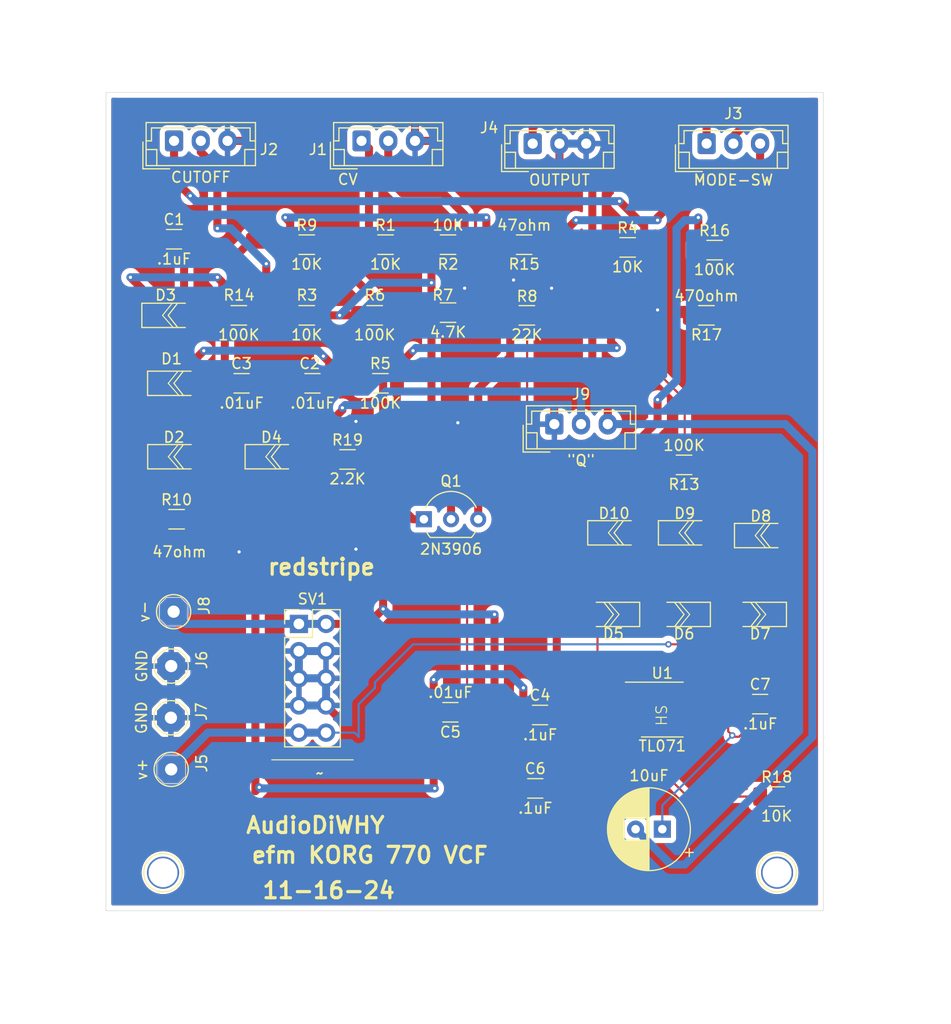
<source format=kicad_pcb>
(kicad_pcb (version 20240108) (generator "pcbnew") (generator_version "8.0")
  (layers (0 "F.Cu" signal) (31 "B.Cu" signal) (34 "B.Paste" user) (35 "F.Paste" user) (36 "B.SilkS" user "B.Silkscreen") (37 "F.SilkS" user "F.Silkscreen") (38 "B.Mask" user) (39 "F.Mask" user) (44 "Edge.Cuts" user))
  (net 0 "")
  (net 1 "Net-(D1-K)")
  (net 2 "LP")
  (net 3 "Net-(J9-Pin_2)")
  (net 4 "Net-(D1-A)")
  (net 5 "Net-(D3-K)")
  (net 6 "Net-(U1-+)")
  (net 7 "Net-(D2-K)")
  (net 8 "HP")
  (net 9 "-12V")
  (net 10 "GNDREF")
  (net 11 "+12V")
  (net 12 "OUT")
  (net 13 "Net-(D7-K)")
  (net 14 "Net-(D5-K)")
  (net 15 "Net-(D10-K)")
  (net 16 "Net-(D6-K)")
  (net 17 "Net-(D8-K)")
  (net 18 "Net-(D10-A)")
  (net 19 "CVIN1")
  (net 20 "CVIN2")
  (net 21 "cutoff-Wiper")
  (net 22 "BP")
  (net 25 "Net-(Q1-E)")
  (net 26 "Net-(Q1-B)")
  (net 27 "Net-(Q1-C)")
  (footprint "charhead-lib:IC SOIC-8 WIDE HS CL" (layer "F.Cu") (at 176.2135 94.234)
    (property "Reference" "U1")
    (property "Value" "TL071")
  )
  (footprint "charhead-lib:DIODE_1206_SMD CL" (layer "F.Cu") (at 171.6415 85.344 180)
    (property "Reference" "D5")
    (property "Value" "4148")
  )
  (footprint "charhead-lib:R_1206_3216Metric_Pad1.30x1.75mm_SMD CL" (layer "F.Cu") (at 156.184 50.8 180)
    (property "Reference" "R2")
    (property "Value" "10K")
  )
  (footprint "Connector_JST:JST_EH_B3B-EH-A_1x03_P2.50mm_Vertical" (layer "F.Cu") (at 180.354 41.356)
    (property "Reference" "J3")
    (property "Value" "MODE-SW")
  )
  (footprint "charhead-lib:Wirepad-Chamfered4" (layer "F.Cu") (at 130.302 99.822 90)
    (property "Reference" "J5")
    (property "Value" "v+")
  )
  (footprint "charhead-lib:CAP_Radial_D7.5mm_P2.50mm THT CL" (layer "F.Cu") (at 176.2135 105.41 180)
    (property "Reference" "C8" (hide yes))
    (property "Value" "10uF")
  )
  (footprint "charhead-lib:Wirepad-Chamfered4" (layer "F.Cu") (at 130.53 85.09 90)
    (property "Reference" "J8")
    (property "Value" "v-")
  )
  (footprint "charhead-lib:CAP_1206_3216Metric_Pad1.33x1.80mm CL" (layer "F.Cu") (at 164.338 101.6)
    (property "Reference" "C6")
    (property "Value" ".1uF")
  )
  (footprint "charhead-lib:R_1206_3216Metric_Pad1.30x1.75mm_SMD CL" (layer "F.Cu") (at 142.976 57.404)
    (property "Reference" "R3")
    (property "Value" "10K")
  )
  (footprint "charhead-lib:R_1206_3216Metric_Pad1.30x1.75mm_SMD CL" (layer "F.Cu") (at 186.9075 102.362)
    (property "Reference" "R18")
    (property "Value" "10K")
  )
  (footprint "charhead-lib:R_1206_3216Metric_Pad1.30x1.75mm_SMD CL" (layer "F.Cu") (at 142.976 50.8)
    (property "Reference" "R9")
    (property "Value" "10K")
  )
  (footprint "charhead-lib:R_1206_3216Metric_Pad1.30x1.75mm_SMD CL" (layer "F.Cu") (at 146.786 70.866)
    (property "Reference" "R19")
    (property "Value" "2.2K")
  )
  (footprint "charhead-lib:R_1206_3216Metric_Pad1.30x1.75mm_SMD CL" (layer "F.Cu") (at 172.974 51.054)
    (property "Reference" "R4")
    (property "Value" "10K")
  )
  (footprint "charhead-lib:CAP_1206_3216Metric_Pad1.33x1.80mm CL" (layer "F.Cu") (at 143.51 63.754 180)
    (property "Reference" "C2")
    (property "Value" ".01uF")
  )
  (footprint "Connector_JST:JST_EH_B3B-EH-A_1x03_P2.50mm_Vertical" (layer "F.Cu") (at 166.116 67.564)
    (property "Reference" "J9")
    (property "Value" "\"Q\"")
  )
  (footprint "charhead-lib:R_1206_3216Metric_Pad1.30x1.75mm_SMD CL" (layer "F.Cu") (at 149.326 57.404)
    (property "Reference" "R6")
    (property "Value" "100K")
  )
  (footprint "Connector_JST:JST_EH_B3B-EH-A_1x03_P2.50mm_Vertical" (layer "F.Cu") (at 130.57 41.102)
    (property "Reference" "J2")
    (property "Value" "CUTOFF")
  )
  (footprint "charhead-lib:Euro Power 10 Pin THT" (layer "F.Cu") (at 142.24 86.2315)
    (property "Reference" "SV1")
    (property "Value" "~")
  )
  (footprint "charhead-lib:DIODE_1206_SMD CL" (layer "F.Cu") (at 185.3575 85.344 180)
    (property "Reference" "D7")
    (property "Value" "4148")
  )
  (footprint "charhead-lib:DIODE_1206_SMD CL" (layer "F.Cu") (at 185.42 77.978)
    (property "Reference" "D8")
    (property "Value" "4148")
  )
  (footprint "charhead-lib:DIODE_1206_SMD CL" (layer "F.Cu") (at 178.308 77.724)
    (property "Reference" "D9")
    (property "Value" "4148")
  )
  (footprint "charhead-lib:Wirepad-Chamfered4" (layer "F.Cu") (at 130.276 94.996 90)
    (property "Reference" "J7")
    (property "Value" "GND")
  )
  (footprint "charhead-lib:R_1206_3216Metric_Pad1.30x1.75mm_SMD CL" (layer "F.Cu") (at 180.34 57.404 180)
    (property "Reference" "R17")
    (property "Value" "470ohm")
  )
  (footprint "charhead-lib:CAP_1206_3216Metric_Pad1.33x1.80mm CL" (layer "F.Cu") (at 185.3575 93.726)
    (property "Reference" "C7")
    (property "Value" ".1uF")
  )
  (footprint "charhead-lib:R_1206_3216Metric_Pad1.30x1.75mm_SMD CL" (layer "F.Cu") (at 136.626 57.404)
    (property "Reference" "R14")
    (property "Value" "100K")
  )
  (footprint "charhead-lib:TO-92L_Inline_Wide THT CL" (layer "F.Cu") (at 153.924 76.454)
    (property "Reference" "Q1")
    (property "Value" "2N3906")
  )
  (footprint "charhead-lib:DIODE_1206_SMD CL" (layer "F.Cu") (at 130.556 63.754)
    (property "Reference" "D1")
    (property "Value" "4148")
  )
  (footprint "charhead-lib:R_1206_3216Metric_Pad1.30x1.75mm_SMD CL" (layer "F.Cu") (at 178.2455 71.374 180)
    (property "Reference" "R13")
    (property "Value" "100K")
  )
  (footprint "charhead-lib:CAP_1206_3216Metric_Pad1.33x1.80mm CL" (layer "F.Cu") (at 130.5685 50.292)
    (property "Reference" "C1")
    (property "Value" ".1uF")
  )
  (footprint "charhead-lib:CAP_1206_3216Metric_Pad1.33x1.80mm CL" (layer "F.Cu") (at 156.4015 94.488 180)
    (property "Reference" "C5")
    (property "Value" ".01uF")
  )
  (footprint "charhead-lib:R_1206_3216Metric_Pad1.30x1.75mm_SMD CL" (layer "F.Cu") (at 150.342 50.8)
    (property "Reference" "R1")
    (property "Value" "10K")
  )
  (footprint "charhead-lib:DIODE_1206_SMD CL" (layer "F.Cu") (at 178.2455 85.344 180)
    (property "Reference" "D6")
    (property "Value" "4148")
  )
  (footprint "charhead-lib:DIODE_1206_SMD CL" (layer "F.Cu") (at 171.704 77.724)
    (property "Reference" "D10")
    (property "Value" "4148")
  )
  (footprint "charhead-lib:DIODE_1206_SMD CL" (layer "F.Cu") (at 139.674 70.612)
    (property "Reference" "D4")
    (property "Value" "4148")
  )
  (footprint "charhead-lib:DIODE_1206_SMD CL" (layer "F.Cu") (at 130.5665 70.612)
    (property "Reference" "D2")
    (property "Value" "4148")
  )
  (footprint "charhead-lib:R_1206_3216Metric_Pad1.30x1.75mm_SMD CL" (layer "F.Cu") (at 163.296 50.8 180)
    (property "Reference" "R15")
    (property "Value" "47ohm")
  )
  (footprint "charhead-lib:2.5mm mounting hole" (layer "F.Cu") (at 186.944 109.474)
    (property "Reference" "J11" (hide yes))
    (property "Value" "DRILL-FP2" (hide yes))
  )
  (footprint "charhead-lib:R_1206_3216Metric_Pad1.30x1.75mm_SMD CL" (layer "F.Cu") (at 130.81 76.454)
    (property "Reference" "R10")
    (property "Value" "47ohm")
  )
  (footprint "charhead-lib:CAP_1206_3216Metric_Pad1.33x1.80mm CL" (layer "F.Cu") (at 136.88 63.754)
    (property "Reference" "C3")
    (property "Value" ".01uF")
  )
  (footprint "charhead-lib:R_1206_3216Metric_Pad1.30x1.75mm_SMD CL" (layer "F.Cu") (at 163.55 57.404)
    (property "Reference" "R8")
    (property "Value" "22K")
  )
  (footprint "charhead-lib:DIODE_1206_SMD CL" (layer "F.Cu") (at 130.022 57.404)
    (property "Reference" "D3")
    (property "Value" "4148")
  )
  (footprint "charhead-lib:CAP_1206_3216Metric_Pad1.33x1.80mm CL" (layer "F.Cu") (at 164.7835 94.742)
    (property "Reference" "C4")
    (property "Value" ".1uF")
  )
  (footprint "Connector_JST:JST_EH_B3B-EH-A_1x03_P2.50mm_Vertical" (layer "F.Cu") (at 148.096 41.102)
    (property "Reference" "J1")
    (property "Value" "CV")
  )
  (footprint "charhead-lib:2.5mm mounting hole" (layer "F.Cu") (at 129.54 109.474)
    (property "Reference" "J10" (hide yes))
    (property "Value" "DRILL-FP1" (hide yes))
  )
  (footprint "charhead-lib:Wirepad-Chamfered4" (layer "F.Cu") (at 130.302 90.17 90)
    (property "Reference" "J6")
    (property "Value" "GND")
  )
  (footprint "charhead-lib:R_1206_3216Metric_Pad1.30x1.75mm_SMD CL" (layer "F.Cu") (at 156.184 57.15)
    (property "Reference" "R7")
    (property "Value" "4.7K")
  )
  (footprint "Connector_JST:JST_EH_B3B-EH-A_1x03_P2.50mm_Vertical" (layer "F.Cu") (at 164.098 41.356)
    (property "Reference" "J4")
    (property "Value" "OUTPUT")
  )
  (footprint "charhead-lib:R_1206_3216Metric_Pad1.30x1.75mm_SMD CL" (layer "F.Cu") (at 181.102 51.308)
    (property "Reference" "R16")
    (property "Value" "100K")
  )
  (footprint "charhead-lib:R_1206_3216Metric_Pad1.30x1.75mm_SMD CL" (layer "F.Cu") (at 149.86 63.754)
    (property "Reference" "R5")
    (property "Value" "100K")
  )
  (gr_rect (start 124.206 36.576) (end 191.262 113.03) (stroke (width 0.05)) (fill none) (layer "Edge.Cuts"))
  (gr_text "11-16-24" (at 138.684 112.014 0) (layer "F.SilkS") (effects (font (size 1.5 1.5) (thickness 0.3) (bold yes)) (justify left bottom)))
  (gr_text "efm KORG 770 VCF" (at 137.668 108.712 0) (layer "F.SilkS") (effects (font (size 1.5 1.5) (thickness 0.3) (bold yes)) (justify left bottom)))
  (gr_text "redstripe" (at 139.192 81.788 0) (layer "F.SilkS") (effects (font (size 1.5 1.5) (thickness 0.3) (bold yes)) (justify left bottom)))
  (gr_text "AudioDiWHY" (at 137.16 105.918 0) (layer "F.SilkS") (effects (font (size 1.5 1.5) (thickness 0.3) (bold yes)) (justify left bottom)))
  (segment (start 129.0685 61.4315) (end 129.0685 63.754) (width 0.75) (layer "F.Cu") (net 1))
  (segment (start 131.5095 58.9905) (end 129.0685 61.4315) (width 0.75) (layer "F.Cu") (net 1))
  (segment (start 129.0685 64.2255) (end 126.238 67.056) (width 0.75) (layer "F.Cu") (net 1))
  (segment (start 131.5095 57.404) (end 131.5095 50.9135) (width 0.75) (layer "F.Cu") (net 1))
  (segment (start 126.238 75.184) (end 127.508 76.454) (width 0.75) (layer "F.Cu") (net 1))
  (segment (start 129.0685 63.754) (end 129.0685 64.2255) (width 0.75) (layer "F.Cu") (net 1))
  (segment (start 131.5095 50.9135) (end 132.131 50.292) (width 0.75) (layer "F.Cu") (net 1))
  (segment (start 126.238 67.056) (end 126.238 75.184) (width 0.75) (layer "F.Cu") (net 1))
  (segment (start 127.508 76.454) (end 129.26 76.454) (width 0.75) (layer "F.Cu") (net 1))
  (segment (start 131.5095 57.404) (end 131.5095 58.9905) (width 0.75) (layer "F.Cu") (net 1))
  (segment (start 125.984 44.196) (end 125.984 37.846) (width 0.75) (layer "F.Cu") (net 2))
  (segment (start 180.354 39.384) (end 180.354 41.356) (width 0.75) (layer "F.Cu") (net 2))
  (segment (start 179.324 37.592) (end 180.086 38.354) (width 0.75) (layer "F.Cu") (net 2))
  (segment (start 180.086 38.354) (end 180.086 39.116) (width 0.75) (layer "F.Cu") (net 2))
  (segment (start 180.086 39.116) (end 180.354 39.384) (width 0.75) (layer "F.Cu") (net 2))
  (segment (start 129.006 50.292) (end 129.006 47.218) (width 0.75) (layer "F.Cu") (net 2))
  (segment (start 129.006 47.218) (end 125.984 44.196) (width 0.75) (layer "F.Cu") (net 2))
  (segment (start 125.984 37.846) (end 126.238 37.592) (width 0.75) (layer "F.Cu") (net 2))
  (segment (start 126.238 37.592) (end 179.324 37.592) (width 0.75) (layer "F.Cu") (net 2))
  (segment (start 141.9475 64.034) (end 141.9475 63.754) (width 0.75) (layer "F.Cu") (net 3))
  (segment (start 145.236 67.3225) (end 141.9475 64.034) (width 0.75) (layer "F.Cu") (net 3))
  (segment (start 141.6935 64.008) (end 138.6965 64.008) (width 0.75) (layer "F.Cu") (net 3))
  (segment (start 145.236 70.866) (end 145.236 67.3225) (width 0.75) (layer "F.Cu") (net 3))
  (segment (start 145.236 67.3225) (end 146.304 66.2545) (width 0.75) (layer "F.Cu") (net 3))
  (segment (start 146.304 66.2545) (end 146.304 66.04) (width 0.75) (layer "F.Cu") (net 3))
  (segment (start 138.6965 64.008) (end 138.4425 63.754) (width 0.75) (layer "F.Cu") (net 3))
  (segment (start 141.9475 63.754) (end 141.6935 64.008) (width 0.75) (layer "F.Cu") (net 3))
  (via (at 146.304 66.04) (size 0.6) (drill 0.3) (layers "F.Cu" "B.Cu") (net 3))
  (segment (start 168.402 64.516) (end 150.368 64.516) (width 0.75) (layer "B.Cu") (net 3))
  (segment (start 146.558 65.786) (end 146.304 66.04) (width 0.75) (layer "B.Cu") (net 3))
  (segment (start 149.098 65.786) (end 146.558 65.786) (width 0.75) (layer "B.Cu") (net 3))
  (segment (start 168.616 67.564) (end 168.616 64.73) (width 0.75) (layer "B.Cu") (net 3))
  (segment (start 150.368 64.516) (end 149.098 65.786) (width 0.75) (layer "B.Cu") (net 3))
  (segment (start 168.616 64.73) (end 168.402 64.516) (width 0.75) (layer "B.Cu") (net 3))
  (segment (start 145.0725 61.7605) (end 144.526 61.214) (width 0.75) (layer "F.Cu") (net 4))
  (segment (start 145.0725 63.754) (end 145.0725 61.7605) (width 0.75) (layer "F.Cu") (net 4))
  (segment (start 131.981 70.539) (end 132.054 70.612) (width 0.75) (layer "F.Cu") (net 4))
  (segment (start 148.31 63.754) (end 145.0725 63.754) (width 0.75) (layer "F.Cu") (net 4))
  (segment (start 132.0435 62.0125) (end 133.35 60.706) (width 0.75) (layer "F.Cu") (net 4))
  (segment (start 132.0435 63.754) (end 131.981 63.8165) (width 0.75) (layer "F.Cu") (net 4))
  (segment (start 131.981 63.8165) (end 131.981 70.539) (width 0.75) (layer "F.Cu") (net 4))
  (segment (start 132.0435 63.754) (end 132.0435 62.0125) (width 0.75) (layer "F.Cu") (net 4))
  (via (at 144.526 61.214) (size 0.6) (drill 0.3) (layers "F.Cu" "B.Cu") (net 4))
  (via (at 133.35 60.706) (size 0.6) (drill 0.3) (layers "F.Cu" "B.Cu") (net 4))
  (segment (start 144.018 60.706) (end 144.526 61.214) (width 0.75) (layer "B.Cu") (net 4))
  (segment (start 133.35 60.706) (end 144.018 60.706) (width 0.75) (layer "B.Cu") (net 4))
  (segment (start 128.5345 55.8905) (end 126.492 53.848) (width 0.75) (layer "F.Cu") (net 5))
  (segment (start 135.076 57.404) (end 135.076 54.304) (width 0.75) (layer "F.Cu") (net 5))
  (segment (start 135.3175 57.6455) (end 135.076 57.404) (width 0.75) (layer "F.Cu") (net 5))
  (segment (start 135.3175 67.743) (end 138.1865 70.612) (width 0.75) (layer "F.Cu") (net 5))
  (segment (start 135.3175 63.754) (end 135.3175 57.6455) (width 0.75) (layer "F.Cu") (net 5))
  (segment (start 135.076 54.304) (end 134.62 53.848) (width 0.75) (layer "F.Cu") (net 5))
  (segment (start 135.3175 63.754) (end 135.3175 67.743) (width 0.75) (layer "F.Cu") (net 5))
  (segment (start 128.5345 57.404) (end 128.5345 55.8905) (width 0.75) (layer "F.Cu") (net 5))
  (via (at 126.492 53.848) (size 0.6) (drill 0.3) (layers "F.Cu" "B.Cu") (net 5))
  (via (at 134.62 53.848) (size 0.6) (drill 0.3) (layers "F.Cu" "B.Cu") (net 5))
  (segment (start 134.62 53.848) (end 126.492 53.848) (width 0.75) (layer "B.Cu") (net 5))
  (segment (start 166.346 75.462) (end 166.346 94.742) (width 0.75) (layer "F.Cu") (net 6))
  (segment (start 179.578 51.282) (end 179.552 51.308) (width 0.75) (layer "F.Cu") (net 6))
  (segment (start 166.37 74.676) (end 166.37 75.438) (width 0.75) (layer "F.Cu") (net 6))
  (segment (start 173.392007 94.822306) (end 166.426306 94.822306) (width 0.75) (layer "F.Cu") (net 6))
  (segment (start 172.466 70.612) (end 170.434 70.612) (width 0.75) (layer "F.Cu") (net 6))
  (segment (start 179.578 48.26) (end 179.578 51.282) (width 0.75) (layer "F.Cu") (net 6))
  (segment (start 175.768 67.31) (end 172.466 70.612) (width 0.75) (layer "F.Cu") (net 6))
  (segment (start 175.768 65.278) (end 175.768 67.31) (width 0.75) (layer "F.Cu") (net 6))
  (segment (start 166.426306 94.822306) (end 166.346 94.742) (width 0.75) (layer "F.Cu") (net 6))
  (segment (start 166.37 75.438) (end 166.346 75.462) (width 0.75) (layer "F.Cu") (net 6))
  (segment (start 170.434 70.612) (end 166.37 74.676) (width 0.75) (layer "F.Cu") (net 6))
  (via (at 175.768 65.278) (size 0.6) (drill 0.3) (layers "F.Cu" "B.Cu") (net 6))
  (via (at 179.578 48.26) (size 0.6) (drill 0.3) (layers "F.Cu" "B.Cu") (net 6))
  (segment (start 179.578 48.26) (end 179.324 48.514) (width 0.75) (layer "B.Cu") (net 6))
  (segment (start 178.308 48.514) (end 177.546 49.276) (width 0.75) (layer "B.Cu") (net 6))
  (segment (start 177.546 63.5) (end 175.768 65.278) (width 0.75) (layer "B.Cu") (net 6))
  (segment (start 179.324 48.514) (end 178.308 48.514) (width 0.75) (layer "B.Cu") (net 6))
  (segment (start 177.546 49.276) (end 177.546 63.5) (width 0.75) (layer "B.Cu") (net 6))
  (segment (start 139.192 73.914) (end 138.176 74.93) (width 0.75) (layer "F.Cu") (net 7))
  (segment (start 141.1615 71.9445) (end 139.192 73.914) (width 0.75) (layer "F.Cu") (net 7))
  (segment (start 163.221 92.202) (end 163.221 94.742) (width 0.75) (layer "F.Cu") (net 7))
  (segment (start 138.531 101.499) (end 138.176 101.854) (width 0.75) (layer "F.Cu") (net 7))
  (segment (start 139.192 73.914) (end 129.286 73.914) (width 0.75) (layer "F.Cu") (net 7))
  (segment (start 154.839 91.44) (end 154.839 94.488) (width 0.75) (layer "F.Cu") (net 7))
  (segment (start 154.839 94.488) (end 154.839 101.499) (width 0.75) (layer "F.Cu") (net 7))
  (segment (start 141.1615 70.612) (end 141.1615 71.9445) (width 0.75) (layer "F.Cu") (net 7))
  (segment (start 129.079 73.707) (end 129.079 70.612) (width 0.75) (layer "F.Cu") (net 7))
  (segment (start 154.839 101.499) (end 154.94 101.6) (width 0.75) (layer "F.Cu") (net 7))
  (segment (start 138.176 74.93) (end 138.176 101.854) (width 0.75) (layer "F.Cu") (net 7))
  (segment (start 129.286 73.914) (end 129.079 73.707) (width 0.75) (layer "F.Cu") (net 7))
  (via (at 138.531 101.499) (size 0.6) (drill 0.3) (layers "F.Cu" "B.Cu") (net 7))
  (via (at 154.839 91.44) (size 0.6) (drill 0.3) (layers "F.Cu" "B.Cu") (net 7))
  (via (at 154.94 101.6) (size 0.6) (drill 0.3) (layers "F.Cu" "B.Cu") (net 7))
  (via (at 163.221 92.202) (size 0.6) (drill 0.3) (layers "F.Cu" "B.Cu") (net 7))
  (segment (start 138.632 101.6) (end 138.531 101.499) (width 0.75) (layer "B.Cu") (net 7))
  (segment (start 163.221 92.202) (end 161.951 90.932) (width 0.75) (layer "B.Cu") (net 7))
  (segment (start 154.94 101.6) (end 138.632 101.6) (width 0.75) (layer "B.Cu") (net 7))
  (segment (start 155.347 90.932) (end 154.839 91.44) (width 0.75) (layer "B.Cu") (net 7))
  (segment (start 161.951 90.932) (end 155.347 90.932) (width 0.75) (layer "B.Cu") (net 7))
  (segment (start 157.964 94.488) (end 157.964 83.59) (width 0.2) (layer "F.Cu") (net 8))
  (segment (start 175.768 48.514) (end 175.768 48.26) (width 0.75) (layer "F.Cu") (net 8))
  (segment (start 185.354 43.5) (end 185.354 41.356) (width 0.75) (layer "F.Cu") (net 8))
  (segment (start 175.768 48.26) (end 178.562 45.466) (width 0.75) (layer "F.Cu") (net 8))
  (segment (start 164.846 50.8) (end 165.862 50.8) (width 0.75) (layer "F.Cu") (net 8))
  (segment (start 163.576 53.086) (end 165.862 50.8) (width 0.2) (layer "F.Cu") (net 8))
  (segment (start 178.562 45.466) (end 183.388 45.466) (width 0.75) (layer "F.Cu") (net 8))
  (segment (start 165.862 50.8) (end 168.148 48.514) (width 0.75) (layer "F.Cu") (net 8))
  (segment (start 163.576 77.978) (end 163.576 53.086) (width 0.2) (layer "F.Cu") (net 8))
  (segment (start 183.388 45.466) (end 185.354 43.5) (width 0.75) (layer "F.Cu") (net 8))
  (segment (start 157.964 83.59) (end 163.576 77.978) (width 0.2) (layer "F.Cu") (net 8))
  (via (at 168.148 48.514) (size 0.6) (drill 0.3) (layers "F.Cu" "B.Cu") (net 8))
  (via (at 175.768 48.514) (size 0.6) (drill 0.3) (layers "F.Cu" "B.Cu") (net 8))
  (segment (start 175.768 48.514) (end 168.148 48.514) (width 0.75) (layer "B.Cu") (net 8))
  (segment (start 162.9995 98.044) (end 161.9835 99.06) (width 0.75) (layer "F.Cu") (net 9))
  (segment (start 150.114 84.836) (end 148.7185 86.2315) (width 0.75) (layer "F.Cu") (net 9))
  (segment (start 169.876584 96.061416) (end 169.418 96.52) (width 0.75) (layer "F.Cu") (net 9))
  (segment (start 169.418 98.044) (end 162.9995 98.044) (width 0.75) (layer "F.Cu") (net 9))
  (segment (start 161.9835 98.7375) (end 160.528 97.282) (width 0.75) (layer "F.Cu") (net 9))
  (segment (start 169.418 96.52) (end 169.418 98.044) (width 0.75) (layer "F.Cu") (net 9))
  (segment (start 148.7185 86.2315) (end 144.78 86.2315) (width 0.75) (layer "F.Cu") (net 9))
  (segment (start 162.7755 101.6) (end 161.9835 100.808) (width 0.75) (layer "F.Cu") (net 9))
  (segment (start 145.288 54.102) (end 144.526 53.34) (width 0.75) (layer "F.Cu") (net 9))
  (segment (start 161.9835 99.06) (end 161.9835 98.7375) (width 0.75) (layer "F.Cu") (net 9))
  (segment (start 150.114 84.836) (end 150.114 58.166) (width 0.75) (layer "F.Cu") (net 9))
  (segment (start 161.9835 100.808) (end 161.9835 99.06) (width 0.75) (layer "F.Cu") (net 9))
  (segment (start 150.114 58.166) (end 150.876 57.404) (width 0.75) (layer "F.Cu") (net 9))
  (segment (start 144.526 53.34) (end 144.526 50.8) (width 0.75) (layer "F.Cu") (net 9))
  (segment (start 147.574 54.102) (end 145.288 54.102) (width 0.75) (layer "F.Cu") (net 9))
  (segment (start 173.383695 96.061416) (end 169.876584 96.061416) (width 0.75) (layer "F.Cu") (net 9))
  (segment (start 160.528 97.282) (end 160.528 85.344) (width 0.75) (layer "F.Cu") (net 9))
  (segment (start 150.876 57.404) (end 147.574 54.102) (width 0.75) (layer "F.Cu") (net 9))
  (via (at 160.528 85.344) (size 0.6) (drill 0.3) (layers "F.Cu" "B.Cu") (net 9))
  (via (at 150.114 84.836) (size 0.6) (drill 0.3) (layers "F.Cu" "B.Cu") (net 9))
  (segment (start 142.24 86.2315) (end 131.6715 86.2315) (width 0.75) (layer "B.Cu") (net 9))
  (segment (start 131.6715 86.2315) (end 130.53 85.09) (width 0.75) (layer "B.Cu") (net 9))
  (segment (start 160.528 85.344) (end 150.622 85.344) (width 0.75) (layer "B.Cu") (net 9))
  (segment (start 150.622 85.344) (end 150.114 84.836) (width 0.75) (layer "B.Cu") (net 9))
  (segment (start 144.78 86.2315) (end 142.24 86.2315) (width 0.75) (layer "B.Cu") (net 9))
  (segment (start 165.9005 105.9565) (end 170.18 110.236) (width 0.75) (layer "F.Cu") (net 10))
  (segment (start 157.988 43.434) (end 160.02 45.466) (width 0.75) (layer "F.Cu") (net 10))
  (segment (start 153.096 39.558) (end 153.096 41.102) (width 0.75) (layer "F.Cu") (net 10))
  (segment (start 161.798 45.466) (end 161.746 45.518) (width 0.75) (layer "F.Cu") (net 10))
  (segment (start 166.116 67.564) (end 166.116 58.42) (width 0.75) (layer "F.Cu") (net 10))
  (segment (start 165.1 46.736) (end 164.338 46.736) (width 0.75) (layer "F.Cu") (net 10))
  (segment (start 175.768 56.896) (end 178.282 56.896) (width 0.75) (layer "F.Cu") (net 10))
  (segment (start 166.598 45.238) (end 165.1 46.736) (width 0.75) (layer "F.Cu") (net 10))
  (segment (start 133.604 76.454) (end 136.652 79.502) (width 0.75) (layer "F.Cu") (net 10))
  (segment (start 165.9005 101.6) (end 165.9005 105.664) (width 0.75) (layer "F.Cu") (net 10))
  (segment (start 182.118 105.664) (end 187.706 105.664) (width 0.75) (layer "F.Cu") (net 10))
  (segment (start 152.146 38.608) (end 153.096 39.558) (width 0.75) (layer "F.Cu") (net 10))
  (segment (start 153.416 105.664) (end 165.9005 105.664) (width 0.75) (layer "F.Cu") (net 10))
  (segment (start 170.18 110.236) (end 180.086 110.236) (width 0.75) (layer "F.Cu") (net 10))
  (segment (start 148.336 78.486) (end 147.574 79.248) (width 0.75) (layer "F.Cu") (net 10))
  (segment (start 157.988 43.434) (end 157.988 42.164) (width 0.75) (layer "F.Cu") (net 10))
  (segment (start 180.594 107.188) (end 182.118 105.664) (width 0.75) (layer "F.Cu") (net 10))
  (segment (start 166.598 41.356) (end 166.598 45.238) (width 0.75) (layer "F.Cu") (net 10))
  (segment (start 180.594 109.728) (end 180.594 107.188) (width 0.75) (layer "F.Cu") (net 10))
  (segment (start 178.282 56.896) (end 178.79 57.404) (width 0.75) (layer "F.Cu") (net 10))
  (segment (start 165.9005 105.664) (end 165.9005 105.9565) (width 0.75) (layer "F.Cu") (net 10))
  (segment (start 139.7 38.608) (end 152.146 38.608) (width 0.75) (layer "F.Cu") (net 10))
  (segment (start 157.734 57.15) (end 157.734 66.548) (width 0.75) (layer "F.Cu") (net 10))
  (segment (start 180.086 110.236) (end 180.594 109.728) (width 0.75) (layer "F.Cu") (net 10))
  (segment (start 157.988 42.164) (end 156.926 41.102) (width 0.75) (layer "F.Cu") (net 10))
  (segment (start 157.734 66.802) (end 157.099 67.437) (width 0.75) (layer "F.Cu") (net 10))
  (segment (start 160.02 45.466) (end 161.798 45.466) (width 0.75) (layer "F.Cu") (net 10))
  (segment (start 144.78 93.8515) (end 153.416 102.4875) (width 0.75) (layer "F.Cu") (net 10))
  (segment (start 132.36 76.454) (end 133.604 76.454) (width 0.75) (layer "F.Cu") (net 10))
  (segment (start 156.926 41.102) (end 153.096 41.102) (width 0.75) (layer "F.Cu") (net 10))
  (segment (start 165.1 55.626) (end 165.862 54.864) (width 0.75) (layer "F.Cu") (net 10))
  (segment (start 164.338 46.736) (end 163.882 47.192) (width 0.75) (layer "F.Cu") (net 10))
  (segment (start 165.1 57.404) (end 165.1 56.896) (width 0.75) (layer "F.Cu") (net 10))
  (segment (start 165.1 57.404) (end 165.1 55.626) (width 0.75) (layer "F.Cu") (net 10))
  (segment (start 188.4575 102.362) (end 188.4575 95.2635) (width 0.2) (layer "F.Cu") (net 10))
  (segment (start 162.306 53.34) (end 161.746 52.78) (width 0.75) (layer "F.Cu") (net 10))
  (segment (start 135.57 41.102) (end 137.206 41.102) (width 0.75) (layer "F.Cu") (net 10))
  (segment (start 187.706 105.664) (end 188.468 104.902) (width 0.75) (layer "F.Cu") (net 10))
  (segment (start 166.116 58.42) (end 165.1 57.404) (width 0.75) (layer "F.Cu") (net 10))
  (segment (start 188.4575 104.8915) (end 188.4575 102.362) (width 0.75) (layer "F.Cu") (net 10))
  (segment (start 163.882 47.192) (end 161.746 47.192) (width 0.75) (layer "F.Cu") (net 10))
  (segment (start 162.306 54.102) (end 162.306 53.34) (width 0.75) (layer "F.Cu") (net 10))
  (segment (start 137.206 41.102) (end 139.7 38.608) (width 0.75) (layer "F.Cu") (net 10))
  (segment (start 157.734 57.15) (end 157.734 54.864) (width 0.75) (layer "F.Cu") (net 10))
  (segment (start 161.746 52.78) (end 161.746 50.8) (width 0.75) (layer "F.Cu") (net 10))
  (segment (start 148.336 68.072) (end 147.574 67.31) (width 0.75) (layer "F.Cu") (net 10))
  (segment (start 188.4575 95.2635) (end 186.92 93.726) (width 0.2) (layer "F.Cu") (net 10))
  (segment (start 153.416 102.4875) (end 153.416 105.664) (width 0.75) (layer "F.Cu") (net 10))
  (segment (start 161.746 47.192) (end 161.746 45.518) (width 0.75) (layer "F.Cu") (net 10))
  (segment (start 148.336 70.866) (end 148.336 68.072) (width 0.75) (layer "F.Cu") (net 10))
  (segment (start 161.746 50.8) (end 161.746 47.192) (width 0.75) (layer "F.Cu") (net 10))
  (segment (start 188.468 104.902) (end 188.4575 104.8915) (width 0.75) (layer "F.Cu") (net 10))
  (segment (start 148.336 70.866) (end 148.336 78.486) (width 0.75) (layer "F.Cu") (net 10))
  (via (at 157.734 54.864) (size 0.6) (drill 0.3) (layers "F.Cu" "B.Cu") (net 10))
  (via (at 147.574 79.248) (size 0.6) (drill 0.3) (layers "F.Cu" "B.Cu") (net 10))
  (via (at 157.099 67.437) (size 0.6) (drill 0.3) (layers "F.Cu" "B.Cu") (net 10))
  (via (at 165.862 54.864) (size 0.6) (drill 0.3) (layers "F.Cu" "B.Cu") (net 10))
  (via (at 147.574 67.31) (size 0.6) (drill 0.3) (layers "F.Cu" "B.Cu") (net 10))
  (via (at 162.306 54.102) (size 0.6) (drill 0.3) (layers "F.Cu" "B.Cu") (net 10))
  (via (at 175.768 56.896) (size 0.6) (drill 0.3) (layers "F.Cu" "B.Cu") (net 10))
  (via (at 136.652 79.502) (size 0.6) (drill 0.3) (layers "F.Cu" "B.Cu") (net 10))
  (segment (start 166.37 54.356) (end 165.862 54.864) (width 0.75) (layer "B.Cu") (net 10))
  (segment (start 140.462 90.17) (end 130.302 90.17) (width 0.75) (layer "B.Cu") (net 10))
  (segment (start 175.768 56.896) (end 173.228 54.356) (width 0.75) (layer "B.Cu") (net 10))
  (segment (start 144.78 93.8515) (end 142.24 93.8515) (width 0.75) (layer "B.Cu") (net 10))
  (segment (start 142.24 88.7715) (end 142.24 91.3115) (width 0.75) (layer "B.Cu") (net 10))
  (segment (start 157.734 54.864) (end 158.242 54.356) (width 0.75) (layer "B.Cu") (net 10))
  (segment (start 144.78 91.3115) (end 142.24 91.3115) (width 0.75) (layer "B.Cu") (net 10))
  (segment (start 144.78 88.7715) (end 142.24 88.7715) (width 0.75) (layer "B.Cu") (net 10))
  (segment (start 165.862 54.864) (end 163.068 54.864) (width 0.75) (layer "B.Cu") (net 10))
  (segment (start 157.099 67.437) (end 147.701 67.437) (width 0.75) (layer "B.Cu") (net 10))
  (segment (start 142.24 91.3115) (end 141.6035 91.3115) (width 0.75) (layer "B.Cu") (net 10))
  (segment (start 166.598 41.356) (end 169.098 41.356) (width 0.75) (layer "B.Cu") (net 10))
  (segment (start 147.701 67.437) (end 147.574 67.31) (width 0.75) (layer "B.Cu") (net 10))
  (segment (start 161.544 53.34) (end 162.306 54.102) (width 0.75) (layer "B.Cu") (net 10))
  (segment (start 144.78 93.8515) (end 144.78 91.3115) (width 0.75) (layer "B.Cu") (net 10))
  (segment (start 147.574 87.884) (end 146.6865 88.7715) (width 0.75) (layer "B.Cu") (net 10))
  (segment (start 147.574 79.248) (end 136.906 79.248) (width 0.75) (layer "B.Cu") (net 10))
  (segment (start 158.242 54.356) (end 158.242 53.34) (width 0.75) (layer "B.Cu") (net 10))
  (segment (start 173.228 54.356) (end 166.37 54.356) (width 0.75) (layer "B.Cu") (net 10))
  (segment (start 158.242 53.34) (end 161.544 53.34) (width 0.75) (layer "B.Cu") (net 10))
  (segment (start 147.574 79.248) (end 147.574 87.884) (width 0.75) (layer "B.Cu") (net 10))
  (segment (start 130.302 90.17) (end 130.302 94.97) (width 0.75) (layer "B.Cu") (net 10))
  (segment (start 146.6865 88.7715) (end 144.78 88.7715) (width 0.75) (layer "B.Cu") (net 10))
  (segment (start 130.302 94.97) (end 130.276 94.996) (width 0.75) (layer "B.Cu") (net 10))
  (segment (start 136.906 79.248) (end 136.652 79.502) (width 0.75) (layer "B.Cu") (net 10))
  (segment (start 163.068 54.864) (end 162.306 54.102) (width 0.75) (layer "B.Cu") (net 10))
  (segment (start 141.6035 91.3115) (end 140.462 90.17) (width 0.75) (layer "B.Cu") (net 10))
  (segment (start 174.524 51.054) (end 174.524 49.048) (width 0.75) (layer "F.Cu") (net 11))
  (segment (start 179.324 89.154) (end 178.435 88.265) (width 0.2) (layer "F.Cu") (net 11))
  (segment (start 181.864 93.610067) (end 181.864 89.154) (width 0.2) (layer "F.Cu") (net 11))
  (segment (start 181.864 93.610067) (end 183.679067 93.610067) (width 0.2) (layer "F.Cu") (net 11))
  (segment (start 178.875174 93.610067) (end 181.864 93.610067) (width 0.2) (layer "F.Cu") (net 11))
  (segment (start 183.679067 93.610067) (end 183.795 93.726) (width 0.2) (layer "F.Cu") (net 11))
  (segment (start 181.864 89.154) (end 179.324 89.154) (width 0.2) (layer "F.Cu") (net 11))
  (segment (start 130.57 44.718) (end 132.08 46.228) (width 0.75) (layer "F.Cu") (net 11))
  (segment (start 178.435 88.265) (end 178.308 88.138) (width 0.2) (layer "F.Cu") (net 11))
  (segment (start 130.57 41.102) (end 130.57 44.718) (width 0.75) (layer "F.Cu") (net 11))
  (segment (start 174.524 49.048) (end 172.212 46.736) (width 0.75) (layer "F.Cu") (net 11))
  (segment (start 178.308 88.138) (end 176.784 88.138) (width 0.2) (layer "F.Cu") (net 11))
  (segment (start 178.308 65.278) (end 174.524 61.494) (width 0.2) (layer "F.Cu") (net 11))
  (segment (start 178.308 88.138) (end 178.308 65.278) (width 0.2) (layer "F.Cu") (net 11))
  (segment (start 174.524 61.494) (end 174.524 51.054) (width 0.2) (layer "F.Cu") (net 11))
  (via (at 176.784 88.138) (size 0.6) (drill 0.3) (layers "F.Cu" "B.Cu") (net 11))
  (via (at 172.212 46.736) (size 0.6) (drill 0.3) (layers "F.Cu" "B.Cu") (net 11))
  (via (at 132.08 46.228) (size 0.6) (drill 0.3) (layers "F.Cu" "B.Cu") (net 11))
  (segment (start 152.908 88.138) (end 149.352 91.694) (width 0.2) (layer "B.Cu") (net 11))
  (segment (start 149.352 91.694) (end 149.352 92.202) (width 0.2) (layer "B.Cu") (net 11))
  (segment (start 132.588 46.736) (end 132.08 46.228) (width 0.75) (layer "B.Cu") (net 11))
  (segment (start 172.212 46.736) (end 132.588 46.736) (width 0.75) (layer "B.Cu") (net 11))
  (segment (start 147.828 93.726) (end 147.828 96.774) (width 0.2) (layer "B.Cu") (net 11))
  (segment (start 142.24 96.3915) (end 144.78 96.3915) (width 0.75) (layer "B.Cu") (net 11))
  (segment (start 133.7325 96.3915) (end 130.302 99.822) (width 0.75) (layer "B.Cu") (net 11))
  (segment (start 149.352 92.202) (end 147.828 93.726) (width 0.2) (layer "B.Cu") (net 11))
  (segment (start 176.784 88.138) (end 152.908 88.138) (width 0.2) (layer "B.Cu") (net 11))
  (segment (start 147.828 96.774) (end 147.4455 96.3915) (width 0.2) (layer "B.Cu") (net 11))
  (segment (start 142.24 96.3915) (end 133.7325 96.3915) (width 0.75) (layer "B.Cu") (net 11))
  (segment (start 147.4455 96.3915) (end 144.78 96.3915) (width 0.2) (layer "B.Cu") (net 11))
  (segment (start 174.432 38.542) (end 164.846 38.542) (width 0.75) (layer "F.Cu") (net 12))
  (segment (start 169.672 62.397) (end 169.672 44.958) (width 0.75) (layer "F.Cu") (net 12))
  (segment (start 171.116 67.564) (end 171.116 63.841) (width 0.75) (layer "F.Cu") (net 12))
  (segment (start 174.752 38.862) (end 174.432 38.542) (width 0.75) (layer "F.Cu") (net 12))
  (segment (start 169.672 44.958) (end 174.752 44.958) (width 0.75) (layer "F.Cu") (net 12))
  (segment (start 164.098 39.864) (end 164.098 41.356) (width 0.75) (layer "F.Cu") (net 12))
  (segment (start 164.846 39.116) (end 164.098 39.864) (width 0.75) (layer "F.Cu") (net 12))
  (segment (start 171.116 63.841) (end 169.672 62.397) (width 0.75) (layer "F.Cu") (net 12))
  (segment (start 164.846 38.542) (end 164.846 39.116) (width 0.75) (layer "F.Cu") (net 12))
  (segment (start 174.752 44.958) (end 174.752 38.862) (width 0.75) (layer "F.Cu") (net 12))
  (segment (start 177.0155 108.712) (end 173.7135 105.41) (width 0.75) (layer "B.Cu") (net 12))
  (segment (start 190.246 70.104) (end 190.246 96.774) (width 0.75) (layer "B.Cu") (net 12))
  (segment (start 187.706 67.564) (end 190.246 70.104) (width 0.75) (layer "B.Cu") (net 12))
  (segment (start 178.308 108.712) (end 177.0155 108.712) (width 0.75) (layer "B.Cu") (net 12))
  (segment (start 190.246 96.774) (end 178.308 108.712) (width 0.75) (layer "B.Cu") (net 12))
  (segment (start 171.116 67.564) (end 187.706 67.564) (width 0.75) (layer "B.Cu") (net 12))
  (segment (start 186.845 89.253) (end 186.845 85.344) (width 0.2) (layer "F.Cu") (net 13))
  (segment (start 185.674 90.424) (end 186.845 89.253) (width 0.2) (layer "F.Cu") (net 13))
  (segment (start 183.642 96.52) (end 185.674 96.52) (width 0.2) (layer "F.Cu") (net 13))
  (segment (start 182.88 96.774) (end 183.388 96.774) (width 0.2) (layer "F.Cu") (net 13))
  (segment (start 178.875174 94.822306) (end 182.291694 94.822306) (width 0.2) (layer "F.Cu") (net 13))
  (segment (start 182.291694 94.822306) (end 182.372 94.742) (width 0.2) (layer "F.Cu") (net 13))
  (segment (start 188.722 83.82) (end 188.722 79.7925) (width 0.2) (layer "F.Cu") (net 13))
  (segment (start 188.214 72.644) (end 186.944 71.374) (width 0.2) (layer "F.Cu") (net 13))
  (segment (start 182.372 96.266) (end 182.753 96.647) (width 0.2) (layer "F.Cu") (net 13))
  (segment (start 186.944 71.374) (end 179.7955 71.374) (width 0.2) (layer "F.Cu") (net 13))
  (segment (start 183.388 96.774) (end 183.642 96.52) (width 0.2) (layer "F.Cu") (net 13))
  (segment (start 188.115 76.7705) (end 188.115 72.743) (width 0.2) (layer "F.Cu") (net 13))
  (segment (start 187.198 85.344) (end 188.722 83.82) (width 0.2) (layer "F.Cu") (net 13))
  (segment (start 186.845 85.344) (end 187.198 85.344) (width 0.2) (layer "F.Cu") (net 13))
  (segment (start 182.753 96.647) (end 182.88 96.774) (width 0.2) (layer "F.Cu") (net 13))
  (segment (start 188.115 72.743) (end 188.214 72.644) (width 0.2) (layer "F.Cu") (net 13))
  (segment (start 188.722 79.7925) (end 186.9075 77.978) (width 0.2) (layer "F.Cu") (net 13))
  (segment (start 182.372 94.742) (end 182.372 96.266) (width 0.2) (layer "F.Cu") (net 13))
  (segment (start 185.674 96.52) (end 185.674 90.424) (width 0.2) (layer "F.Cu") (net 13))
  (segment (start 186.9075 77.978) (end 188.115 76.7705) (width 0.2) (layer "F.Cu") (net 13))
  (via (at 182.753 96.647) (size 0.6) (drill 0.3) (layers "F.Cu" "B.Cu") (net 13))
  (segment (start 182.753 96.647) (end 176.2135 103.1865) (width 0.2) (layer "B.Cu") (net 13))
  (segment (start 176.2135 103.1865) (end 176.2135 105.41) (width 0.2) (layer "B.Cu") (net 13))
  (segment (start 176.758 85.344) (end 173.129 85.344) (width 0.75) (layer "F.Cu") (net 14))
  (segment (start 170.2165 77.724) (end 170.3455 77.724) (width 0.2) (layer "F.Cu") (net 15))
  (segment (start 176.6955 71.374) (end 175.26 71.374) (width 0.2) (layer "F.Cu") (net 15))
  (segment (start 170.2165 74.8935) (end 170.2165 77.724) (width 0.2) (layer "F.Cu") (net 15))
  (segment (start 170.154 77.7865) (end 170.2165 77.724) (width 0.2) (layer "F.Cu") (net 15))
  (segment (start 170.785793 93.569793) (end 170.154 92.938) (width 0.2) (layer "F.Cu") (net 15))
  (segment (start 170.154 92.938) (end 170.154 85.344) (width 0.2) (layer "F.Cu") (net 15))
  (segment (start 175.26 71.374) (end 175.006 71.628) (width 0.2) (layer "F.Cu") (net 15))
  (segment (start 175.768 94.742) (end 176.022 94.996) (width 0.2) (layer "F.Cu") (net 15))
  (segment (start 173.482 71.628) (end 170.2165 74.8935) (width 0.2) (layer "F.Cu") (net 15))
  (segment (start 175.006 71.628) (end 173.482 71.628) (width 0.2) (layer "F.Cu") (net 15))
  (segment (start 170.3455 77.724) (end 170.408 77.7865) (width 0.2) (layer "F.Cu") (net 15))
  (segment (start 176.022 94.996) (end 176.022 99.822) (width 0.2) (layer "F.Cu") (net 15))
  (segment (start 178.562 102.362) (end 185.3575 102.362) (width 0.2) (layer "F.Cu") (net 15))
  (segment (start 175.768 93.726) (end 175.768 94.742) (width 0.2) (layer "F.Cu") (net 15))
  (segment (start 175.611793 93.569793) (end 175.768 93.726) (width 0.2) (layer "F.Cu") (net 15))
  (segment (start 173.374108 93.569793) (end 175.611793 93.569793) (width 0.2) (layer "F.Cu") (net 15))
  (segment (start 173.374108 93.569793) (end 170.785793 93.569793) (width 0.2) (layer "F.Cu") (net 15))
  (segment (start 176.022 99.822) (end 178.562 102.362) (width 0.2) (layer "F.Cu") (net 15))
  (segment (start 170.154 85.344) (end 170.154 77.7865) (width 0.2) (layer "F.Cu") (net 15))
  (segment (start 179.987 85.344) (end 179.733 85.09) (width 0.75) (layer "F.Cu") (net 16))
  (segment (start 183.87 85.344) (end 179.733 85.344) (width 0.75) (layer "F.Cu") (net 16))
  (segment (start 183.9325 77.978) (end 180.0495 77.978) (width 0.75) (layer "F.Cu") (net 17))
  (segment (start 180.0495 77.978) (end 179.7955 77.724) (width 0.75) (layer "F.Cu") (net 17))
  (segment (start 173.4455 77.978) (end 173.1915 77.724) (width 0.75) (layer "F.Cu") (net 18))
  (segment (start 176.8205 77.724) (end 176.5665 77.978) (width 0.75) (layer "F.Cu") (net 18))
  (segment (start 176.5665 77.978) (end 173.4455 77.978) (width 0.75) (layer "F.Cu") (net 18))
  (segment (start 148.792 41.798) (end 148.096 41.102) (width 0.75) (layer "F.Cu") (net 19))
  (segment (start 148.792 50.8) (end 148.792 41.798) (width 0.75) (layer "F.Cu") (net 19))
  (segment (start 150.596 44.678) (end 150.596 41.102) (width 0.75) (layer "F.Cu") (net 20))
  (segment (start 151.892 45.974) (end 150.596 44.678) (width 0.75) (layer "F.Cu") (net 20))
  (segment (start 155.702 45.974) (end 151.892 45.974) (width 0.75) (layer "F.Cu") (net 20))
  (segment (start 157.734 50.8) (end 157.734 48.006) (width 0.75) (layer "F.Cu") (net 20))
  (segment (start 157.734 48.006) (end 155.702 45.974) (width 0.75) (layer "F.Cu") (net 20))
  (segment (start 139.192 53.848) (end 139.192 52.578) (width 0.75) (layer "F.Cu") (net 21))
  (segment (start 134.62 43.688) (end 133.07 42.138) (width 0.75) (layer "F.Cu") (net 21))
  (segment (start 141.426 56.082) (end 139.192 53.848) (width 0.75) (layer "F.Cu") (net 21))
  (segment (start 141.426 57.404) (end 141.426 56.082) (width 0.75) (layer "F.Cu") (net 21))
  (segment (start 133.07 42.138) (end 133.07 41.102) (width 0.75) (layer "F.Cu") (net 21))
  (segment (start 134.62 49.276) (end 134.62 43.688) (width 0.75) (layer "F.Cu") (net 21))
  (via (at 134.62 49.276) (size 0.6) (drill 0.3) (layers "F.Cu" "B.Cu") (net 21))
  (via (at 139.192 52.578) (size 0.6) (drill 0.3) (layers "F.Cu" "B.Cu") (net 21))
  (segment (start 135.89 49.276) (end 139.192 52.578) (width 0.75) (layer "B.Cu") (net 21))
  (segment (start 134.62 49.276) (end 135.89 49.276) (width 0.75) (layer "B.Cu") (net 21))
  (segment (start 181.89 52.07) (end 182.652 51.308) (width 0.75) (layer "F.Cu") (net 22))
  (segment (start 185.674 51.308) (end 188.976 48.006) (width 0.75) (layer "F.Cu") (net 22))
  (segment (start 188.976 48.006) (end 188.976 46.99) (width 0.75) (layer "F.Cu") (net 22))
  (segment (start 189.23 37.846) (end 185.674 37.846) (width 0.75) (layer "F.Cu") (net 22))
  (segment (start 182.854 40.666) (end 182.854 41.356) (width 0.75) (layer "F.Cu") (net 22))
  (segment (start 189.23 46.736) (end 189.23 37.846) (width 0.75) (layer "F.Cu") (net 22))
  (segment (start 182.652 51.308) (end 185.674 51.308) (width 0.75) (layer "F.Cu") (net 22))
  (segment (start 185.674 37.846) (end 182.854 40.666) (width 0.75) (layer "F.Cu") (net 22))
  (segment (start 181.89 57.404) (end 181.89 52.07) (width 0.75) (layer "F.Cu") (net 22))
  (segment (start 188.976 46.99) (end 189.23 46.736) (width 0.75) (layer "F.Cu") (net 22))
  (segment (start 171.424 59.918) (end 171.958 60.452) (width 0.75) (layer "F.Cu") (net 25))
  (segment (start 152.908 76.454) (end 153.924 76.454) (width 0.75) (layer "F.Cu") (net 25))
  (segment (start 151.384 63.78) (end 151.384 74.93) (width 0.75) (layer "F.Cu") (net 25))
  (segment (start 151.41 62.204) (end 152.908 60.706) (width 0.75) (layer "F.Cu") (net 25))
  (segment (start 151.384 74.93) (end 152.908 76.454) (width 0.75) (layer "F.Cu") (net 25))
  (segment (start 151.41 63.754) (end 151.384 63.78) (width 0.75) (layer "F.Cu") (net 25))
  (segment (start 151.41 63.754) (end 151.41 62.204) (width 0.75) (layer "F.Cu") (net 25))
  (segment (start 171.424 51.054) (end 171.424 59.918) (width 0.75) (layer "F.Cu") (net 25))
  (via (at 171.958 60.452) (size 0.6) (drill 0.3) (layers "F.Cu" "B.Cu") (net 25))
  (via (at 152.908 60.706) (size 0.6) (drill 0.3) (layers "F.Cu" "B.Cu") (net 25))
  (segment (start 171.958 60.452) (end 153.162 60.452) (width 0.75) (layer "B.Cu") (net 25))
  (segment (start 153.162 60.452) (end 152.908 60.706) (width 0.75) (layer "B.Cu") (net 25))
  (segment (start 155.448 74.676) (end 156.21 74.676) (width 0.75) (layer "F.Cu") (net 26))
  (segment (start 154.634 73.862) (end 155.448 74.676) (width 0.75) (layer "F.Cu") (net 26))
  (segment (start 147.776 57.404) (end 146.05 57.404) (width 0.75) (layer "F.Cu") (net 26))
  (segment (start 154.634 50.8) (end 151.892 50.8) (width 0.75) (layer "F.Cu") (net 26))
  (segment (start 154.634 57.404) (end 154.634 73.862) (width 0.75) (layer "F.Cu") (net 26))
  (segment (start 154.634 57.15) (end 154.634 54.356) (width 0.75) (layer "F.Cu") (net 26))
  (segment (start 156.464 74.93) (end 156.464 76.454) (width 0.75) (layer "F.Cu") (net 26))
  (segment (start 154.634 54.356) (end 154.634 50.8) (width 0.75) (layer "F.Cu") (net 26))
  (segment (start 156.21 74.676) (end 156.464 74.93) (width 0.75) (layer "F.Cu") (net 26))
  (segment (start 146.05 57.404) (end 144.526 57.404) (width 0.75) (layer "F.Cu") (net 26))
  (via (at 146.05 57.404) (size 0.6) (drill 0.3) (layers "F.Cu" "B.Cu") (net 26))
  (via (at 154.634 54.356) (size 0.6) (drill 0.3) (layers "F.Cu" "B.Cu") (net 26))
  (segment (start 149.098 54.356) (end 146.05 57.404) (width 0.75) (layer "B.Cu") (net 26))
  (segment (start 154.634 54.356) (end 149.098 54.356) (width 0.75) (layer "B.Cu") (net 26))
  (segment (start 138.43 50.8) (end 141.426 50.8) (width 0.75) (layer "F.Cu") (net 27))
  (segment (start 137.668 50.546) (end 137.668 50.038) (width 0.75) (layer "F.Cu") (net 27))
  (segment (start 138.176 54.102) (end 136.144 52.07) (width 0.75) (layer "F.Cu") (net 27))
  (segment (start 162 61.266) (end 162 57.404) (width 0.75) (layer "F.Cu") (net 27))
  (segment (start 141.426 50.8) (end 141.426 48.716) (width 0.75) (layer "F.Cu") (net 27))
  (segment (start 159.004 76.454) (end 159.004 64.262) (width 0.75) (layer "F.Cu") (net 27))
  (segment (start 159.004 64.262) (end 162 61.266) (width 0.75) (layer "F.Cu") (net 27))
  (segment (start 137.668 50.038) (end 138.43 50.8) (width 0.75) (layer "F.Cu") (net 27))
  (segment (start 162 57.404) (end 159.766 55.17) (width 0.75) (layer "F.Cu") (net 27))
  (segment (start 136.144 52.07) (end 137.668 50.546) (width 0.75) (layer "F.Cu") (net 27))
  (segment (start 138.176 57.404) (end 138.176 54.102) (width 0.75) (layer "F.Cu") (net 27))
  (segment (start 141.426 48.716) (end 140.97 48.26) (width 0.75) (layer "F.Cu") (net 27))
  (segment (start 159.766 55.17) (end 159.766 48.26) (width 0.75) (layer "F.Cu") (net 27))
  (via (at 140.97 48.26) (size 0.6) (drill 0.3) (layers "F.Cu" "B.Cu") (net 27))
  (via (at 159.766 48.26) (size 0.6) (drill 0.3) (layers "F.Cu" "B.Cu") (net 27))
  (segment (start 159.766 48.26) (end 140.97 48.26) (width 0.75) (layer "B.Cu") (net 27))
  (zone (net 10) (net_name "GNDREF") (layer "F.Cu") (connect_pads (clearance 0.5)) (min_thickness 0.25) (fill yes (thermal_gap 0.5) (thermal_bridge_width 0.5))
    (polygon (pts (xy 195.58 117.856) (xy 195.58 30.988) (xy 119.38 30.988) (xy 117.348 33.02) (xy 117.348 115.824) (xy 119.38 117.856)))
  )
  (zone (net 10) (net_name "GNDREF") (layer "B.Cu") (priority 1) (connect_pads (clearance 0.5)) (min_thickness 0.25) (fill yes (thermal_gap 0.5) (thermal_bridge_width 0.5))
    (polygon (pts (xy 203.2 120.904) (xy 203.2 27.94) (xy 115.316 27.94) (xy 114.3 28.956) (xy 114.3 117.856) (xy 117.348 120.904)))
  )
)
</source>
